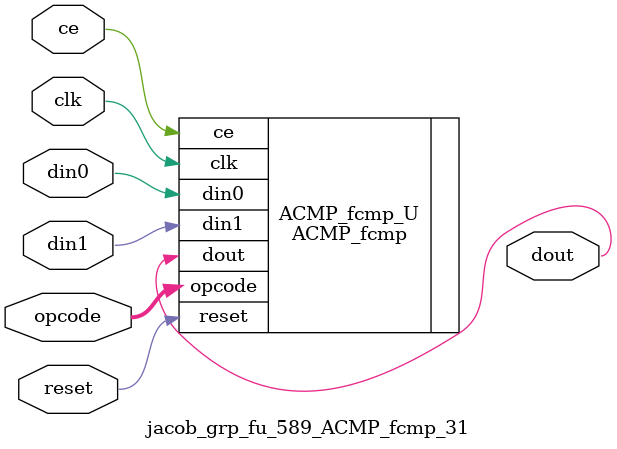
<source format=v>

`timescale 1 ns / 1 ps
module jacob_grp_fu_589_ACMP_fcmp_31(
    clk,
    reset,
    ce,
    din0,
    din1,
    opcode,
    dout);

parameter ID = 32'd1;
parameter NUM_STAGE = 32'd1;
parameter din0_WIDTH = 32'd1;
parameter din1_WIDTH = 32'd1;
parameter dout_WIDTH = 32'd1;
input clk;
input reset;
input ce;
input[din0_WIDTH - 1:0] din0;
input[din1_WIDTH - 1:0] din1;
input[5 - 1:0] opcode;
output[dout_WIDTH - 1:0] dout;



ACMP_fcmp #(
.ID( ID ),
.NUM_STAGE( 2 ),
.din0_WIDTH( din0_WIDTH ),
.din1_WIDTH( din1_WIDTH ),
.dout_WIDTH( dout_WIDTH ))
ACMP_fcmp_U(
    .clk( clk ),
    .reset( reset ),
    .ce( ce ),
    .din0( din0 ),
    .din1( din1 ),
    .dout( dout ),
    .opcode( opcode ));

endmodule

</source>
